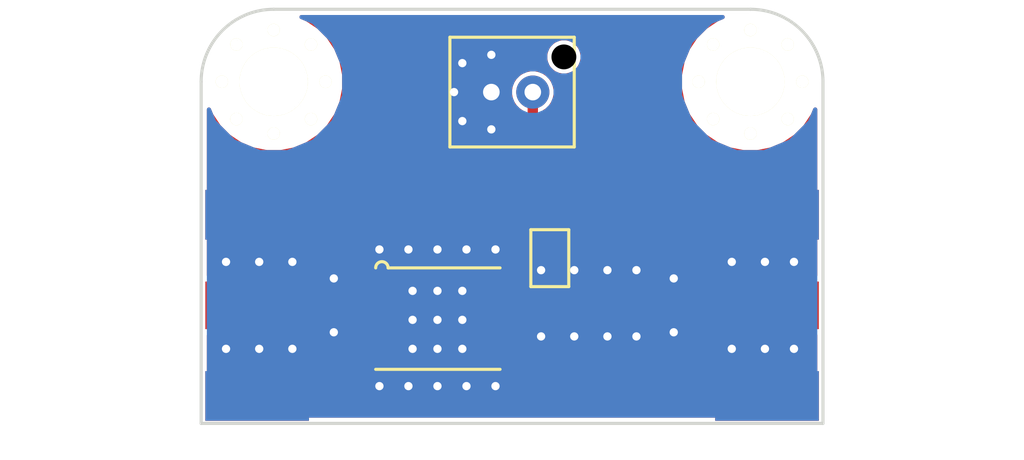
<source format=kicad_pcb>
(kicad_pcb (version 20171130) (host pcbnew 5.0.1-33cea8e~68~ubuntu16.04.1)

  (general
    (thickness 1.6)
    (drawings 6)
    (tracks 70)
    (zones 0)
    (modules 10)
    (nets 7)
  )

  (page A4)
  (layers
    (0 F.Cu signal)
    (31 B.Cu signal)
    (32 B.Adhes user)
    (33 F.Adhes user)
    (34 B.Paste user)
    (35 F.Paste user)
    (36 B.SilkS user)
    (37 F.SilkS user)
    (38 B.Mask user)
    (39 F.Mask user)
    (40 Dwgs.User user)
    (41 Cmts.User user)
    (42 Eco1.User user)
    (43 Eco2.User user)
    (44 Edge.Cuts user)
    (45 Margin user)
    (46 B.CrtYd user)
    (47 F.CrtYd user)
    (48 B.Fab user)
    (49 F.Fab user)
  )

  (setup
    (last_trace_width 0.5)
    (user_trace_width 0.25)
    (user_trace_width 0.3)
    (user_trace_width 0.5)
    (user_trace_width 0.6)
    (user_trace_width 0.8)
    (user_trace_width 1.4208)
    (trace_clearance 0.15)
    (zone_clearance 0.508)
    (zone_45_only no)
    (trace_min 0.15)
    (segment_width 0.2)
    (edge_width 0.15)
    (via_size 0.8)
    (via_drill 0.4)
    (via_min_size 0.8)
    (via_min_drill 0.4)
    (user_via 0.8 0.4)
    (uvia_size 0.3)
    (uvia_drill 0.1)
    (uvias_allowed no)
    (uvia_min_size 0.2)
    (uvia_min_drill 0.1)
    (pcb_text_width 0.3)
    (pcb_text_size 1.5 1.5)
    (mod_edge_width 0.15)
    (mod_text_size 1 1)
    (mod_text_width 0.15)
    (pad_size 1.524 1.524)
    (pad_drill 0.762)
    (pad_to_mask_clearance 0)
    (solder_mask_min_width 0.25)
    (aux_axis_origin 0 0)
    (visible_elements FFFFFF1F)
    (pcbplotparams
      (layerselection 0x010c0_ffffffff)
      (usegerberextensions false)
      (usegerberattributes false)
      (usegerberadvancedattributes false)
      (creategerberjobfile false)
      (excludeedgelayer true)
      (linewidth 0.100000)
      (plotframeref false)
      (viasonmask false)
      (mode 1)
      (useauxorigin false)
      (hpglpennumber 1)
      (hpglpenspeed 20)
      (hpglpendiameter 15.000000)
      (psnegative false)
      (psa4output false)
      (plotreference false)
      (plotvalue false)
      (plotinvisibletext false)
      (padsonsilk false)
      (subtractmaskfromsilk false)
      (outputformat 1)
      (mirror false)
      (drillshape 0)
      (scaleselection 1)
      (outputdirectory "gerbers/"))
  )

  (net 0 "")
  (net 1 "Net-(C1-Pad1)")
  (net 2 "Net-(C1-Pad2)")
  (net 3 12v)
  (net 4 GND)
  (net 5 "Net-(C3-Pad2)")
  (net 6 "Net-(C3-Pad1)")

  (net_class Default "This is the default net class."
    (clearance 0.15)
    (trace_width 0.2)
    (via_dia 0.8)
    (via_drill 0.4)
    (uvia_dia 0.3)
    (uvia_drill 0.1)
    (add_net 12v)
    (add_net GND)
    (add_net "Net-(C1-Pad1)")
    (add_net "Net-(C1-Pad2)")
    (add_net "Net-(C3-Pad1)")
    (add_net "Net-(C3-Pad2)")
  )

  (module agg:0402 (layer F.Cu) (tedit 57654490) (tstamp 5BE12831)
    (at 56.5 84.3)
    (path /5BE11CB7)
    (fp_text reference C1 (at -1.71 0 90) (layer F.Fab)
      (effects (font (size 1 1) (thickness 0.15)))
    )
    (fp_text value 0.01u (at 1.71 0 90) (layer F.Fab)
      (effects (font (size 1 1) (thickness 0.15)))
    )
    (fp_line (start -0.5 -0.25) (end 0.5 -0.25) (layer F.Fab) (width 0.01))
    (fp_line (start 0.5 -0.25) (end 0.5 0.25) (layer F.Fab) (width 0.01))
    (fp_line (start 0.5 0.25) (end -0.5 0.25) (layer F.Fab) (width 0.01))
    (fp_line (start -0.5 0.25) (end -0.5 -0.25) (layer F.Fab) (width 0.01))
    (fp_line (start -0.2 -0.25) (end -0.2 0.25) (layer F.Fab) (width 0.01))
    (fp_line (start 0.2 -0.25) (end 0.2 0.25) (layer F.Fab) (width 0.01))
    (fp_line (start -1.05 -0.6) (end 1.05 -0.6) (layer F.CrtYd) (width 0.01))
    (fp_line (start 1.05 -0.6) (end 1.05 0.6) (layer F.CrtYd) (width 0.01))
    (fp_line (start 1.05 0.6) (end -1.05 0.6) (layer F.CrtYd) (width 0.01))
    (fp_line (start -1.05 0.6) (end -1.05 -0.6) (layer F.CrtYd) (width 0.01))
    (pad 1 smd rect (at -0.45 0) (size 0.62 0.62) (layers F.Cu F.Paste F.Mask)
      (net 1 "Net-(C1-Pad1)"))
    (pad 2 smd rect (at 0.45 0) (size 0.62 0.62) (layers F.Cu F.Paste F.Mask)
      (net 2 "Net-(C1-Pad2)"))
    (model ${KISYS3DMOD}/Resistors_SMD.3dshapes/R_0402.wrl
      (at (xyz 0 0 0))
      (scale (xyz 1 1 1))
      (rotate (xyz 0 0 0))
    )
  )

  (module agg:0402 (layer F.Cu) (tedit 57654490) (tstamp 5BE12841)
    (at 69.6 80.03)
    (path /5BE144C5)
    (fp_text reference C2 (at -1.71 0 90) (layer F.Fab)
      (effects (font (size 1 1) (thickness 0.15)))
    )
    (fp_text value 0.01u (at 1.71 0 90) (layer F.Fab)
      (effects (font (size 1 1) (thickness 0.15)))
    )
    (fp_line (start -0.5 -0.25) (end 0.5 -0.25) (layer F.Fab) (width 0.01))
    (fp_line (start 0.5 -0.25) (end 0.5 0.25) (layer F.Fab) (width 0.01))
    (fp_line (start 0.5 0.25) (end -0.5 0.25) (layer F.Fab) (width 0.01))
    (fp_line (start -0.5 0.25) (end -0.5 -0.25) (layer F.Fab) (width 0.01))
    (fp_line (start -0.2 -0.25) (end -0.2 0.25) (layer F.Fab) (width 0.01))
    (fp_line (start 0.2 -0.25) (end 0.2 0.25) (layer F.Fab) (width 0.01))
    (fp_line (start -1.05 -0.6) (end 1.05 -0.6) (layer F.CrtYd) (width 0.01))
    (fp_line (start 1.05 -0.6) (end 1.05 0.6) (layer F.CrtYd) (width 0.01))
    (fp_line (start 1.05 0.6) (end -1.05 0.6) (layer F.CrtYd) (width 0.01))
    (fp_line (start -1.05 0.6) (end -1.05 -0.6) (layer F.CrtYd) (width 0.01))
    (pad 1 smd rect (at -0.45 0) (size 0.62 0.62) (layers F.Cu F.Paste F.Mask)
      (net 3 12v))
    (pad 2 smd rect (at 0.45 0) (size 0.62 0.62) (layers F.Cu F.Paste F.Mask)
      (net 4 GND))
    (model ${KISYS3DMOD}/Resistors_SMD.3dshapes/R_0402.wrl
      (at (xyz 0 0 0))
      (scale (xyz 1 1 1))
      (rotate (xyz 0 0 0))
    )
  )

  (module agg:0402 (layer F.Cu) (tedit 57654490) (tstamp 5BE12851)
    (at 73.5 84.3)
    (path /5BE1393B)
    (fp_text reference C3 (at -1.71 0 90) (layer F.Fab)
      (effects (font (size 1 1) (thickness 0.15)))
    )
    (fp_text value 0.01u (at 1.71 0 90) (layer F.Fab)
      (effects (font (size 1 1) (thickness 0.15)))
    )
    (fp_line (start -1.05 0.6) (end -1.05 -0.6) (layer F.CrtYd) (width 0.01))
    (fp_line (start 1.05 0.6) (end -1.05 0.6) (layer F.CrtYd) (width 0.01))
    (fp_line (start 1.05 -0.6) (end 1.05 0.6) (layer F.CrtYd) (width 0.01))
    (fp_line (start -1.05 -0.6) (end 1.05 -0.6) (layer F.CrtYd) (width 0.01))
    (fp_line (start 0.2 -0.25) (end 0.2 0.25) (layer F.Fab) (width 0.01))
    (fp_line (start -0.2 -0.25) (end -0.2 0.25) (layer F.Fab) (width 0.01))
    (fp_line (start -0.5 0.25) (end -0.5 -0.25) (layer F.Fab) (width 0.01))
    (fp_line (start 0.5 0.25) (end -0.5 0.25) (layer F.Fab) (width 0.01))
    (fp_line (start 0.5 -0.25) (end 0.5 0.25) (layer F.Fab) (width 0.01))
    (fp_line (start -0.5 -0.25) (end 0.5 -0.25) (layer F.Fab) (width 0.01))
    (pad 2 smd rect (at 0.45 0) (size 0.62 0.62) (layers F.Cu F.Paste F.Mask)
      (net 5 "Net-(C3-Pad2)"))
    (pad 1 smd rect (at -0.45 0) (size 0.62 0.62) (layers F.Cu F.Paste F.Mask)
      (net 6 "Net-(C3-Pad1)"))
    (model ${KISYS3DMOD}/Resistors_SMD.3dshapes/R_0402.wrl
      (at (xyz 0 0 0))
      (scale (xyz 1 1 1))
      (rotate (xyz 0 0 0))
    )
  )

  (module agg:DL1636 (layer F.Cu) (tedit 5BE03EA1) (tstamp 5BE12882)
    (at 61.42 84.94)
    (path /5BE11B15)
    (fp_text reference IC1 (at 0 -3.4) (layer F.Fab)
      (effects (font (size 1 1) (thickness 0.15)))
    )
    (fp_text value PHA-202+ (at 0 3.4) (layer F.Fab)
      (effects (font (size 1 1) (thickness 0.15)))
    )
    (fp_line (start -3 -2.45) (end 3 -2.45) (layer F.Fab) (width 0.01))
    (fp_line (start 3 -2.45) (end 3 2.45) (layer F.Fab) (width 0.01))
    (fp_line (start 3 2.45) (end -3 2.45) (layer F.Fab) (width 0.01))
    (fp_line (start -3 2.45) (end -3 -2.45) (layer F.Fab) (width 0.01))
    (fp_circle (center -2.2 -1.65) (end -2.2 -1.25) (layer F.Fab) (width 0.01))
    (fp_line (start -2.4 -2.115) (end -3 -2.115) (layer F.Fab) (width 0.01))
    (fp_line (start -3 -1.695) (end -2.4 -1.695) (layer F.Fab) (width 0.01))
    (fp_line (start -2.4 -1.695) (end -2.4 -2.115) (layer F.Fab) (width 0.01))
    (fp_line (start -2.4 -0.845) (end -3 -0.845) (layer F.Fab) (width 0.01))
    (fp_line (start -3 -0.425) (end -2.4 -0.425) (layer F.Fab) (width 0.01))
    (fp_line (start -2.4 -0.425) (end -2.4 -0.845) (layer F.Fab) (width 0.01))
    (fp_line (start -2.4 0.425) (end -3 0.425) (layer F.Fab) (width 0.01))
    (fp_line (start -3 0.845) (end -2.4 0.845) (layer F.Fab) (width 0.01))
    (fp_line (start -2.4 0.845) (end -2.4 0.425) (layer F.Fab) (width 0.01))
    (fp_line (start -2.4 1.695) (end -3 1.695) (layer F.Fab) (width 0.01))
    (fp_line (start -3 2.115) (end -2.4 2.115) (layer F.Fab) (width 0.01))
    (fp_line (start -2.4 2.115) (end -2.4 1.695) (layer F.Fab) (width 0.01))
    (fp_line (start 3 1.695) (end 2.4 1.695) (layer F.Fab) (width 0.01))
    (fp_line (start 2.4 1.695) (end 2.4 2.115) (layer F.Fab) (width 0.01))
    (fp_line (start 2.4 2.115) (end 3 2.115) (layer F.Fab) (width 0.01))
    (fp_line (start 3 0.425) (end 2.4 0.425) (layer F.Fab) (width 0.01))
    (fp_line (start 2.4 0.425) (end 2.4 0.845) (layer F.Fab) (width 0.01))
    (fp_line (start 2.4 0.845) (end 3 0.845) (layer F.Fab) (width 0.01))
    (fp_line (start 3 -0.845) (end 2.4 -0.845) (layer F.Fab) (width 0.01))
    (fp_line (start 2.4 -0.845) (end 2.4 -0.425) (layer F.Fab) (width 0.01))
    (fp_line (start 2.4 -0.425) (end 3 -0.425) (layer F.Fab) (width 0.01))
    (fp_line (start 3 -2.115) (end 2.4 -2.115) (layer F.Fab) (width 0.01))
    (fp_line (start 2.4 -2.115) (end 2.4 -1.695) (layer F.Fab) (width 0.01))
    (fp_line (start 2.4 -1.695) (end 3 -1.695) (layer F.Fab) (width 0.01))
    (fp_line (start -2.4 -2.45) (end 3 -2.45) (layer F.SilkS) (width 0.15))
    (fp_line (start -3 2.45) (end 3 2.45) (layer F.SilkS) (width 0.15))
    (fp_arc (start -2.7 -2.45) (end -3 -2.45) (angle 180) (layer F.SilkS) (width 0.15))
    (fp_line (start -3.55 -2.7) (end 3.55 -2.7) (layer F.CrtYd) (width 0.01))
    (fp_line (start 3.55 -2.7) (end 3.55 2.7) (layer F.CrtYd) (width 0.01))
    (fp_line (start 3.55 2.7) (end -3.55 2.7) (layer F.CrtYd) (width 0.01))
    (fp_line (start -3.55 2.7) (end -3.55 -2.7) (layer F.CrtYd) (width 0.01))
    (pad 1 smd rect (at -2.755 -1.905) (size 1.02 0.51) (layers F.Cu F.Paste F.Mask)
      (net 4 GND))
    (pad 2 smd rect (at -2.755 -0.635) (size 1.02 0.51) (layers F.Cu F.Paste F.Mask)
      (net 2 "Net-(C1-Pad2)"))
    (pad 3 smd rect (at -2.755 0.635) (size 1.02 0.51) (layers F.Cu F.Paste F.Mask)
      (net 4 GND))
    (pad 4 smd rect (at -2.755 1.905) (size 1.02 0.51) (layers F.Cu F.Paste F.Mask)
      (net 4 GND))
    (pad 5 smd rect (at 2.755 1.905) (size 1.02 0.51) (layers F.Cu F.Paste F.Mask)
      (net 4 GND))
    (pad 6 smd rect (at 2.755 0.635) (size 1.02 0.51) (layers F.Cu F.Paste F.Mask)
      (net 4 GND))
    (pad 7 smd rect (at 2.755 -0.635) (size 1.02 0.51) (layers F.Cu F.Paste F.Mask)
      (net 6 "Net-(C3-Pad1)"))
    (pad 8 smd rect (at 2.755 -1.905) (size 1.02 0.51) (layers F.Cu F.Paste F.Mask)
      (net 4 GND))
    (pad EP smd rect (at 0 0) (size 3.94 4.11) (layers F.Cu F.Paste F.Mask)
      (net 4 GND) (solder_mask_margin 0.001) (solder_paste_margin 0.001))
  )

  (module agg:B02B-PASK (layer F.Cu) (tedit 56875926) (tstamp 5BE17130)
    (at 65 74)
    (path /5BE11485)
    (fp_text reference J1 (at 0 -3.6) (layer F.Fab)
      (effects (font (size 1 1) (thickness 0.15)))
    )
    (fp_text value PWR (at 0 3.6) (layer F.Fab)
      (effects (font (size 1 1) (thickness 0.15)))
    )
    (fp_line (start -3 -2.65) (end 3 -2.65) (layer F.SilkS) (width 0.15))
    (fp_line (start 3 -2.65) (end 3 2.65) (layer F.SilkS) (width 0.15))
    (fp_line (start 3 2.65) (end -3 2.65) (layer F.SilkS) (width 0.15))
    (fp_line (start -3 2.65) (end -3 -2.65) (layer F.SilkS) (width 0.15))
    (fp_line (start -3 -2.65) (end 3 -2.65) (layer F.Fab) (width 0.01))
    (fp_line (start 3 -2.65) (end 3 2.65) (layer F.Fab) (width 0.01))
    (fp_line (start 3 2.65) (end -3 2.65) (layer F.Fab) (width 0.01))
    (fp_line (start -3 2.65) (end -3 -2.65) (layer F.Fab) (width 0.01))
    (fp_line (start 2.1 -2.1) (end 2.9 -2.1) (layer F.Fab) (width 0.01))
    (fp_line (start 2.9 -2.1) (end 2.9 -1.3) (layer F.Fab) (width 0.01))
    (fp_line (start 2.9 -1.3) (end 2.1 -1.3) (layer F.Fab) (width 0.01))
    (fp_line (start 2.1 -1.3) (end 2.1 -2.1) (layer F.Fab) (width 0.01))
    (fp_line (start 0.75 -0.25) (end 1.25 -0.25) (layer F.Fab) (width 0.01))
    (fp_line (start 1.25 -0.25) (end 1.25 0.25) (layer F.Fab) (width 0.01))
    (fp_line (start 1.25 0.25) (end 0.75 0.25) (layer F.Fab) (width 0.01))
    (fp_line (start 0.75 0.25) (end 0.75 -0.25) (layer F.Fab) (width 0.01))
    (fp_line (start -1.25 -0.25) (end -0.75 -0.25) (layer F.Fab) (width 0.01))
    (fp_line (start -0.75 -0.25) (end -0.75 0.25) (layer F.Fab) (width 0.01))
    (fp_line (start -0.75 0.25) (end -1.25 0.25) (layer F.Fab) (width 0.01))
    (fp_line (start -1.25 0.25) (end -1.25 -0.25) (layer F.Fab) (width 0.01))
    (fp_line (start -3.25 -2.9) (end 3.25 -2.9) (layer F.CrtYd) (width 0.01))
    (fp_line (start 3.25 -2.9) (end 3.25 2.9) (layer F.CrtYd) (width 0.01))
    (fp_line (start 3.25 2.9) (end -3.25 2.9) (layer F.CrtYd) (width 0.01))
    (fp_line (start -3.25 2.9) (end -3.25 -2.9) (layer F.CrtYd) (width 0.01))
    (pad "" np_thru_hole circle (at 2.5 -1.7) (size 1.2 1.2) (drill 1.2) (layers *.Mask))
    (pad 1 thru_hole circle (at 1 0) (size 1.6 1.6) (drill 0.8) (layers *.Cu *.Mask)
      (net 3 12v))
    (pad 2 thru_hole circle (at -1 0) (size 1.6 1.6) (drill 0.8) (layers *.Cu *.Mask)
      (net 4 GND))
  )

  (module agg:SMA-EDGE (layer F.Cu) (tedit 574B60F3) (tstamp 5BE128C5)
    (at 52.7 84.3 90)
    (path /5BE1168E)
    (fp_text reference P1 (at -6.5 0 180) (layer F.Fab)
      (effects (font (size 1 1) (thickness 0.15)))
    )
    (fp_text value "RF IN" (at 6.65 0 180) (layer F.Fab)
      (effects (font (size 1 1) (thickness 0.15)))
    )
    (fp_line (start -5.85 -12.4) (end -5.85 2.75) (layer F.CrtYd) (width 0.01))
    (fp_line (start 5.85 -12.4) (end -5.85 -12.4) (layer F.CrtYd) (width 0.01))
    (fp_line (start 5.85 2.75) (end 5.85 -12.4) (layer F.CrtYd) (width 0.01))
    (fp_line (start -5.85 2.75) (end 5.85 2.75) (layer F.CrtYd) (width 0.01))
    (fp_line (start 3.25 -7.5) (end -3.25 -7) (layer F.Fab) (width 0.01))
    (fp_line (start 3.25 -8.5) (end -3.25 -8) (layer F.Fab) (width 0.01))
    (fp_line (start 3.25 -9.5) (end -3.25 -9) (layer F.Fab) (width 0.01))
    (fp_line (start 3.25 -10.5) (end -3.25 -10) (layer F.Fab) (width 0.01))
    (fp_line (start 3.25 -6.15) (end -3.25 -6.15) (layer F.Fab) (width 0.01))
    (fp_line (start 3.25 -12.15) (end 3.25 -6.15) (layer F.Fab) (width 0.01))
    (fp_line (start -3.25 -12.15) (end 3.25 -12.15) (layer F.Fab) (width 0.01))
    (fp_line (start -3.25 -6.15) (end -3.25 -12.15) (layer F.Fab) (width 0.01))
    (fp_line (start 2.5 -6.15) (end 2.5 -4.15) (layer F.Fab) (width 0.01))
    (fp_line (start -2.5 -4.15) (end -2.5 -6.15) (layer F.Fab) (width 0.01))
    (fp_line (start 3.75 2.25) (end 3.75 -2.5) (layer F.Fab) (width 0.01))
    (fp_line (start 4.75 2.25) (end 3.75 2.25) (layer F.Fab) (width 0.01))
    (fp_line (start 4.75 -2.5) (end 4.75 2.25) (layer F.Fab) (width 0.01))
    (fp_line (start -3.75 2.25) (end -3.75 -2.5) (layer F.Fab) (width 0.01))
    (fp_line (start -4.75 2.25) (end -3.75 2.25) (layer F.Fab) (width 0.01))
    (fp_line (start -4.75 -2.5) (end -4.75 2.25) (layer F.Fab) (width 0.01))
    (fp_line (start 0.4 2.25) (end 0.4 -2.5) (layer F.Fab) (width 0.01))
    (fp_line (start -0.4 2.25) (end 0.4 2.25) (layer F.Fab) (width 0.01))
    (fp_line (start -0.4 -2.5) (end -0.4 2.25) (layer F.Fab) (width 0.01))
    (fp_line (start 4.75 -4.15) (end 4.75 -2.5) (layer F.Fab) (width 0.01))
    (fp_line (start -4.75 -4.15) (end 4.75 -4.15) (layer F.Fab) (width 0.01))
    (fp_line (start -4.75 -2.5) (end -4.75 -4.15) (layer F.Fab) (width 0.01))
    (fp_line (start -4.75 -2.5) (end 4.75 -2.5) (layer F.Fab) (width 0.01))
    (pad 1 smd rect (at 0 0 90) (size 2.3 5) (layers F.Cu F.Paste F.Mask)
      (net 1 "Net-(C1-Pad1)") (zone_connect 2))
    (pad 2 smd rect (at 4.375 0 90) (size 2.4 5) (layers B.Cu B.Paste B.Mask)
      (net 4 GND) (zone_connect 2))
    (pad 2 smd rect (at -4.375 0 90) (size 2.4 5) (layers B.Cu B.Paste B.Mask)
      (net 4 GND) (zone_connect 2))
    (pad 2 smd rect (at -4.375 0 90) (size 2.4 5) (layers F.Cu F.Paste F.Mask)
      (net 4 GND) (zone_connect 2))
    (pad 2 smd rect (at 4.375 0 90) (size 2.4 5) (layers F.Cu F.Paste F.Mask)
      (net 4 GND) (zone_connect 2))
  )

  (module agg:SMA-EDGE (layer F.Cu) (tedit 574B60F3) (tstamp 5BE16FCE)
    (at 77.3 84.3 270)
    (path /5BE1182C)
    (fp_text reference P2 (at -6.5 0) (layer F.Fab)
      (effects (font (size 1 1) (thickness 0.15)))
    )
    (fp_text value "RF OUT" (at 6.65 0) (layer F.Fab)
      (effects (font (size 1 1) (thickness 0.15)))
    )
    (fp_line (start -4.75 -2.5) (end 4.75 -2.5) (layer F.Fab) (width 0.01))
    (fp_line (start -4.75 -2.5) (end -4.75 -4.15) (layer F.Fab) (width 0.01))
    (fp_line (start -4.75 -4.15) (end 4.75 -4.15) (layer F.Fab) (width 0.01))
    (fp_line (start 4.75 -4.15) (end 4.75 -2.5) (layer F.Fab) (width 0.01))
    (fp_line (start -0.4 -2.5) (end -0.4 2.25) (layer F.Fab) (width 0.01))
    (fp_line (start -0.4 2.25) (end 0.4 2.25) (layer F.Fab) (width 0.01))
    (fp_line (start 0.4 2.25) (end 0.4 -2.5) (layer F.Fab) (width 0.01))
    (fp_line (start -4.75 -2.5) (end -4.75 2.25) (layer F.Fab) (width 0.01))
    (fp_line (start -4.75 2.25) (end -3.75 2.25) (layer F.Fab) (width 0.01))
    (fp_line (start -3.75 2.25) (end -3.75 -2.5) (layer F.Fab) (width 0.01))
    (fp_line (start 4.75 -2.5) (end 4.75 2.25) (layer F.Fab) (width 0.01))
    (fp_line (start 4.75 2.25) (end 3.75 2.25) (layer F.Fab) (width 0.01))
    (fp_line (start 3.75 2.25) (end 3.75 -2.5) (layer F.Fab) (width 0.01))
    (fp_line (start -2.5 -4.15) (end -2.5 -6.15) (layer F.Fab) (width 0.01))
    (fp_line (start 2.5 -6.15) (end 2.5 -4.15) (layer F.Fab) (width 0.01))
    (fp_line (start -3.25 -6.15) (end -3.25 -12.15) (layer F.Fab) (width 0.01))
    (fp_line (start -3.25 -12.15) (end 3.25 -12.15) (layer F.Fab) (width 0.01))
    (fp_line (start 3.25 -12.15) (end 3.25 -6.15) (layer F.Fab) (width 0.01))
    (fp_line (start 3.25 -6.15) (end -3.25 -6.15) (layer F.Fab) (width 0.01))
    (fp_line (start 3.25 -10.5) (end -3.25 -10) (layer F.Fab) (width 0.01))
    (fp_line (start 3.25 -9.5) (end -3.25 -9) (layer F.Fab) (width 0.01))
    (fp_line (start 3.25 -8.5) (end -3.25 -8) (layer F.Fab) (width 0.01))
    (fp_line (start 3.25 -7.5) (end -3.25 -7) (layer F.Fab) (width 0.01))
    (fp_line (start -5.85 2.75) (end 5.85 2.75) (layer F.CrtYd) (width 0.01))
    (fp_line (start 5.85 2.75) (end 5.85 -12.4) (layer F.CrtYd) (width 0.01))
    (fp_line (start 5.85 -12.4) (end -5.85 -12.4) (layer F.CrtYd) (width 0.01))
    (fp_line (start -5.85 -12.4) (end -5.85 2.75) (layer F.CrtYd) (width 0.01))
    (pad 2 smd rect (at 4.375 0 270) (size 2.4 5) (layers F.Cu F.Paste F.Mask)
      (net 4 GND) (zone_connect 2))
    (pad 2 smd rect (at -4.375 0 270) (size 2.4 5) (layers F.Cu F.Paste F.Mask)
      (net 4 GND) (zone_connect 2))
    (pad 2 smd rect (at -4.375 0 270) (size 2.4 5) (layers B.Cu B.Paste B.Mask)
      (net 4 GND) (zone_connect 2))
    (pad 2 smd rect (at 4.375 0 270) (size 2.4 5) (layers B.Cu B.Paste B.Mask)
      (net 4 GND) (zone_connect 2))
    (pad 1 smd rect (at 0 0 270) (size 2.3 5) (layers F.Cu F.Paste F.Mask)
      (net 5 "Net-(C3-Pad2)") (zone_connect 2))
  )

  (module agg:M3_MOUNT (layer F.Cu) (tedit 5681D0FF) (tstamp 5BE168D1)
    (at 53.5 73.5)
    (path /5BE16733)
    (fp_text reference X1 (at 0 -4.1) (layer F.Fab) hide
      (effects (font (size 1 1) (thickness 0.15)))
    )
    (fp_text value "M3 Hole" (at 0 4.1) (layer F.Fab) hide
      (effects (font (size 1 1) (thickness 0.15)))
    )
    (fp_line (start -3.4 3.4) (end -3.4 -3.4) (layer F.CrtYd) (width 0.01))
    (fp_line (start 3.4 3.4) (end -3.4 3.4) (layer F.CrtYd) (width 0.01))
    (fp_line (start 3.4 -3.4) (end 3.4 3.4) (layer F.CrtYd) (width 0.01))
    (fp_line (start -3.4 -3.4) (end 3.4 -3.4) (layer F.CrtYd) (width 0.01))
    (pad "" np_thru_hole circle (at 0 0) (size 3.3 3.3) (drill 3.3) (layers *.Cu *.Mask F.SilkS)
      (solder_mask_margin 1.5) (clearance 1.65))
    (pad "" np_thru_hole circle (at 0 -2.5) (size 0.6 0.6) (drill 0.6) (layers *.Cu *.Mask F.SilkS))
    (pad "" np_thru_hole circle (at 2.5 0) (size 0.6 0.6) (drill 0.6) (layers *.Cu *.Mask F.SilkS))
    (pad "" np_thru_hole circle (at 0 2.5) (size 0.6 0.6) (drill 0.6) (layers *.Cu *.Mask F.SilkS))
    (pad "" np_thru_hole circle (at -2.5 0) (size 0.6 0.6) (drill 0.6) (layers *.Cu *.Mask F.SilkS))
    (pad "" np_thru_hole circle (at -1.8 -1.8) (size 0.6 0.6) (drill 0.6) (layers *.Cu *.Mask F.SilkS))
    (pad "" np_thru_hole circle (at 1.8 -1.8) (size 0.6 0.6) (drill 0.6) (layers *.Cu *.Mask F.SilkS))
    (pad "" np_thru_hole circle (at -1.8 1.8) (size 0.6 0.6) (drill 0.6) (layers *.Cu *.Mask F.SilkS))
    (pad "" np_thru_hole circle (at 1.8 1.8) (size 0.6 0.6) (drill 0.6) (layers *.Cu *.Mask F.SilkS))
  )

  (module agg:M3_MOUNT (layer F.Cu) (tedit 5681D0FF) (tstamp 5BE168E2)
    (at 76.5 73.5)
    (path /5BE16817)
    (fp_text reference X2 (at 0 -4.1) (layer F.Fab) hide
      (effects (font (size 1 1) (thickness 0.15)))
    )
    (fp_text value "M3 Hole" (at 0 4.1) (layer F.Fab) hide
      (effects (font (size 1 1) (thickness 0.15)))
    )
    (fp_line (start -3.4 -3.4) (end 3.4 -3.4) (layer F.CrtYd) (width 0.01))
    (fp_line (start 3.4 -3.4) (end 3.4 3.4) (layer F.CrtYd) (width 0.01))
    (fp_line (start 3.4 3.4) (end -3.4 3.4) (layer F.CrtYd) (width 0.01))
    (fp_line (start -3.4 3.4) (end -3.4 -3.4) (layer F.CrtYd) (width 0.01))
    (pad "" np_thru_hole circle (at 1.8 1.8) (size 0.6 0.6) (drill 0.6) (layers *.Cu *.Mask F.SilkS))
    (pad "" np_thru_hole circle (at -1.8 1.8) (size 0.6 0.6) (drill 0.6) (layers *.Cu *.Mask F.SilkS))
    (pad "" np_thru_hole circle (at 1.8 -1.8) (size 0.6 0.6) (drill 0.6) (layers *.Cu *.Mask F.SilkS))
    (pad "" np_thru_hole circle (at -1.8 -1.8) (size 0.6 0.6) (drill 0.6) (layers *.Cu *.Mask F.SilkS))
    (pad "" np_thru_hole circle (at -2.5 0) (size 0.6 0.6) (drill 0.6) (layers *.Cu *.Mask F.SilkS))
    (pad "" np_thru_hole circle (at 0 2.5) (size 0.6 0.6) (drill 0.6) (layers *.Cu *.Mask F.SilkS))
    (pad "" np_thru_hole circle (at 2.5 0) (size 0.6 0.6) (drill 0.6) (layers *.Cu *.Mask F.SilkS))
    (pad "" np_thru_hole circle (at 0 -2.5) (size 0.6 0.6) (drill 0.6) (layers *.Cu *.Mask F.SilkS))
    (pad "" np_thru_hole circle (at 0 0) (size 3.3 3.3) (drill 3.3) (layers *.Cu *.Mask F.SilkS)
      (solder_mask_margin 1.5) (clearance 1.65))
  )

  (module agg:WA8514-AE (layer F.Cu) (tedit 5BE07577) (tstamp 5BE16BE5)
    (at 66.82 82.02 270)
    (path /5BE11D3F)
    (fp_text reference L1 (at -3.363 0) (layer F.Fab)
      (effects (font (size 1 1) (thickness 0.15)))
    )
    (fp_text value 5.6u (at 3.363 0) (layer F.Fab)
      (effects (font (size 1 1) (thickness 0.15)))
    )
    (fp_line (start -2.17 -0.99) (end 2.17 -0.99) (layer F.Fab) (width 0.01))
    (fp_line (start 2.17 -0.99) (end 2.17 0.99) (layer F.Fab) (width 0.01))
    (fp_line (start 2.17 0.99) (end -2.17 0.99) (layer F.Fab) (width 0.01))
    (fp_line (start -2.17 0.99) (end -2.17 -0.99) (layer F.Fab) (width 0.01))
    (fp_line (start -1.84 -0.825) (end -1.84 0.825) (layer F.Fab) (width 0.01))
    (fp_line (start -1.84 -0.825) (end -2.17 -0.825) (layer F.Fab) (width 0.01))
    (fp_line (start -1.84 0.825) (end -2.17 0.825) (layer F.Fab) (width 0.01))
    (fp_line (start 1.84 -0.825) (end 1.84 0.825) (layer F.Fab) (width 0.01))
    (fp_line (start 1.84 -0.825) (end 2.17 -0.825) (layer F.Fab) (width 0.01))
    (fp_line (start 1.84 0.825) (end 2.17 0.825) (layer F.Fab) (width 0.01))
    (fp_line (start -1.375 -0.915) (end 1.375 -0.915) (layer F.SilkS) (width 0.15))
    (fp_line (start 1.375 -0.915) (end 1.375 0.915) (layer F.SilkS) (width 0.15))
    (fp_line (start 1.375 0.915) (end -1.375 0.915) (layer F.SilkS) (width 0.15))
    (fp_line (start -1.375 0.915) (end -1.375 -0.915) (layer F.SilkS) (width 0.15))
    (fp_line (start -2.7 -1.5) (end 2.7 -1.5) (layer F.CrtYd) (width 0.01))
    (fp_line (start 2.7 -1.5) (end 2.7 1.5) (layer F.CrtYd) (width 0.01))
    (fp_line (start 2.7 1.5) (end -2.7 1.5) (layer F.CrtYd) (width 0.01))
    (fp_line (start -2.7 1.5) (end -2.7 -1.5) (layer F.CrtYd) (width 0.01))
    (pad 1 smd rect (at -1.994 0 270) (size 0.838 2.413) (layers F.Cu F.Paste F.Mask)
      (net 3 12v))
    (pad 2 smd rect (at 1.994 0 270) (size 0.838 2.413) (layers F.Cu F.Paste F.Mask)
      (net 6 "Net-(C3-Pad1)"))
  )

  (gr_line (start 50 90) (end 50 73.5) (layer Edge.Cuts) (width 0.15))
  (gr_line (start 80 73.5) (end 80 90) (layer Edge.Cuts) (width 0.15))
  (gr_line (start 53.5 70) (end 76.5 70) (layer Edge.Cuts) (width 0.15))
  (gr_arc (start 76.5 73.5) (end 80 73.5) (angle -90) (layer Edge.Cuts) (width 0.15))
  (gr_arc (start 53.5 73.5) (end 53.5 70) (angle -90) (layer Edge.Cuts) (width 0.15))
  (gr_line (start 80 90) (end 50 90) (layer Edge.Cuts) (width 0.15))

  (segment (start 56.05 84.3) (end 52.7 84.3) (width 0.6) (layer F.Cu) (net 1))
  (segment (start 56.955 84.305) (end 56.95 84.3) (width 0.6) (layer F.Cu) (net 2))
  (segment (start 58.665 84.305) (end 56.955 84.305) (width 0.6) (layer F.Cu) (net 2))
  (segment (start 66 74) (end 66 76.59) (width 0.5) (layer F.Cu) (net 3))
  (segment (start 66.82 77.41) (end 66.82 80.026) (width 0.5) (layer F.Cu) (net 3))
  (segment (start 66 76.59) (end 66.82 77.41) (width 0.5) (layer F.Cu) (net 3))
  (segment (start 66.824 80.03) (end 66.82 80.026) (width 0.5) (layer F.Cu) (net 3))
  (segment (start 69.15 80.03) (end 66.824 80.03) (width 0.5) (layer F.Cu) (net 3))
  (segment (start 59.515 83.035) (end 61.42 84.94) (width 0.5) (layer F.Cu) (net 4))
  (segment (start 58.665 83.035) (end 59.515 83.035) (width 0.5) (layer F.Cu) (net 4))
  (segment (start 64.175 83.035) (end 58.665 83.035) (width 0.5) (layer F.Cu) (net 4))
  (segment (start 58.665 86.845) (end 64.175 86.845) (width 0.5) (layer F.Cu) (net 4))
  (segment (start 64.175 85.575) (end 58.665 85.575) (width 0.5) (layer F.Cu) (net 4))
  (via (at 51.2 82.2) (size 0.8) (drill 0.4) (layers F.Cu B.Cu) (net 4))
  (via (at 52.8 82.2) (size 0.8) (drill 0.4) (layers F.Cu B.Cu) (net 4) (tstamp 5BE1B041))
  (via (at 54.4 82.2) (size 0.8) (drill 0.4) (layers F.Cu B.Cu) (net 4) (tstamp 5BE1B043))
  (via (at 60.2 83.6) (size 0.8) (drill 0.4) (layers F.Cu B.Cu) (net 4) (tstamp 5BE1B047))
  (via (at 66.4 85.8) (size 0.8) (drill 0.4) (layers F.Cu B.Cu) (net 4) (tstamp 5BE1B053))
  (via (at 68 85.8) (size 0.8) (drill 0.4) (layers F.Cu B.Cu) (net 4) (tstamp 5BE1B055))
  (via (at 69.6 85.8) (size 0.8) (drill 0.4) (layers F.Cu B.Cu) (net 4) (tstamp 5BE1B057))
  (via (at 71 85.8) (size 0.8) (drill 0.4) (layers F.Cu B.Cu) (net 4) (tstamp 5BE1B059))
  (via (at 62.6 83.6) (size 0.8) (drill 0.4) (layers F.Cu B.Cu) (net 4) (tstamp 5BE1B05D))
  (via (at 62.6 86.4) (size 0.8) (drill 0.4) (layers F.Cu B.Cu) (net 4) (tstamp 5BE1B05F))
  (via (at 60.2 86.4) (size 0.8) (drill 0.4) (layers F.Cu B.Cu) (net 4) (tstamp 5BE1B061))
  (via (at 60.2 85) (size 0.8) (drill 0.4) (layers F.Cu B.Cu) (net 4) (tstamp 5BE1B063))
  (via (at 62.6 85) (size 0.8) (drill 0.4) (layers F.Cu B.Cu) (net 4) (tstamp 5BE1B065))
  (via (at 61.4 85) (size 0.8) (drill 0.4) (layers F.Cu B.Cu) (net 4) (tstamp 5BE1B067))
  (via (at 61.4 83.6) (size 0.8) (drill 0.4) (layers F.Cu B.Cu) (net 4) (tstamp 5BE1B069))
  (via (at 61.4 86.4) (size 0.8) (drill 0.4) (layers F.Cu B.Cu) (net 4) (tstamp 5BE1B06B))
  (via (at 66.4 82.6) (size 0.8) (drill 0.4) (layers F.Cu B.Cu) (net 4) (tstamp 5BE1B0AA))
  (via (at 69.6 82.6) (size 0.8) (drill 0.4) (layers F.Cu B.Cu) (net 4) (tstamp 5BE1B0AB))
  (via (at 71 82.6) (size 0.8) (drill 0.4) (layers F.Cu B.Cu) (net 4) (tstamp 5BE1B0AC))
  (via (at 68 82.6) (size 0.8) (drill 0.4) (layers F.Cu B.Cu) (net 4) (tstamp 5BE1B0AD))
  (via (at 77.2 82.2) (size 0.8) (drill 0.4) (layers F.Cu B.Cu) (net 4) (tstamp 5BE1B0B2))
  (via (at 75.6 82.2) (size 0.8) (drill 0.4) (layers F.Cu B.Cu) (net 4) (tstamp 5BE1B0B4))
  (via (at 78.6 82.2) (size 0.8) (drill 0.4) (layers F.Cu B.Cu) (net 4) (tstamp 5BE1B0B5))
  (via (at 78.6 86.4) (size 0.8) (drill 0.4) (layers F.Cu B.Cu) (net 4) (tstamp 5BE1B0BA))
  (via (at 75.6 86.4) (size 0.8) (drill 0.4) (layers F.Cu B.Cu) (net 4) (tstamp 5BE1B0BB))
  (via (at 77.2 86.4) (size 0.8) (drill 0.4) (layers F.Cu B.Cu) (net 4) (tstamp 5BE1B0BC))
  (via (at 72.8 85.6) (size 0.8) (drill 0.4) (layers F.Cu B.Cu) (net 4) (tstamp 5BE1B0C7))
  (via (at 72.8 83) (size 0.8) (drill 0.4) (layers F.Cu B.Cu) (net 4) (tstamp 5BE1B0C9))
  (via (at 52.8 86.4) (size 0.8) (drill 0.4) (layers F.Cu B.Cu) (net 4) (tstamp 5BE1B16B))
  (via (at 51.2 86.4) (size 0.8) (drill 0.4) (layers F.Cu B.Cu) (net 4) (tstamp 5BE1B16C))
  (via (at 54.4 86.4) (size 0.8) (drill 0.4) (layers F.Cu B.Cu) (net 4) (tstamp 5BE1B16D))
  (via (at 56.4 85.6) (size 0.8) (drill 0.4) (layers F.Cu B.Cu) (net 4) (tstamp 5BE1B196))
  (via (at 56.4 83) (size 0.8) (drill 0.4) (layers F.Cu B.Cu) (net 4) (tstamp 5BE1B198))
  (via (at 58.6 81.6) (size 0.8) (drill 0.4) (layers F.Cu B.Cu) (net 4) (tstamp 5BE1B19A))
  (via (at 64.2 81.6) (size 0.8) (drill 0.4) (layers F.Cu B.Cu) (net 4) (tstamp 5BE1B19C))
  (via (at 61.4 81.6) (size 0.8) (drill 0.4) (layers F.Cu B.Cu) (net 4) (tstamp 5BE1B19E))
  (via (at 60 81.6) (size 0.8) (drill 0.4) (layers F.Cu B.Cu) (net 4) (tstamp 5BE1B1A0))
  (via (at 62.8 81.6) (size 0.8) (drill 0.4) (layers F.Cu B.Cu) (net 4) (tstamp 5BE1B1A2))
  (via (at 61.4 88.2) (size 0.8) (drill 0.4) (layers F.Cu B.Cu) (net 4) (tstamp 5BE1B1AD))
  (via (at 64.2 88.2) (size 0.8) (drill 0.4) (layers F.Cu B.Cu) (net 4) (tstamp 5BE1B1AE))
  (via (at 62.8 88.2) (size 0.8) (drill 0.4) (layers F.Cu B.Cu) (net 4) (tstamp 5BE1B1AF))
  (via (at 58.6 88.2) (size 0.8) (drill 0.4) (layers F.Cu B.Cu) (net 4) (tstamp 5BE1B1B0))
  (via (at 60 88.2) (size 0.8) (drill 0.4) (layers F.Cu B.Cu) (net 4) (tstamp 5BE1B1B1))
  (via (at 64 75.8) (size 0.8) (drill 0.4) (layers F.Cu B.Cu) (net 4) (tstamp 5BE1B1F7))
  (via (at 64 72.2) (size 0.8) (drill 0.4) (layers F.Cu B.Cu) (net 4) (tstamp 5BE1B1F9))
  (via (at 62.2 74) (size 0.8) (drill 0.4) (layers F.Cu B.Cu) (net 4) (tstamp 5BE1B1FB))
  (via (at 62.6 75.4) (size 0.8) (drill 0.4) (layers F.Cu B.Cu) (net 4) (tstamp 5BE1B1FD))
  (via (at 62.6 72.6) (size 0.8) (drill 0.4) (layers F.Cu B.Cu) (net 4) (tstamp 5BE1B1FF))
  (segment (start 73.95 84.3) (end 77.3 84.3) (width 0.6) (layer F.Cu) (net 5))
  (segment (start 64.18 84.3) (end 64.175 84.305) (width 0.6) (layer F.Cu) (net 6))
  (segment (start 70.65 84.3) (end 64.18 84.3) (width 0.6) (layer F.Cu) (net 6))
  (segment (start 73.05 84.3) (end 72.09 84.3) (width 0.6) (layer F.Cu) (net 6))
  (segment (start 70.65 84.3) (end 71.71 84.3) (width 1.4208) (layer F.Cu) (net 6))
  (segment (start 66.82 84.28) (end 66.8 84.3) (width 0.6) (layer F.Cu) (net 6))
  (segment (start 66.8 84.3) (end 65.35 84.3) (width 1.4208) (layer F.Cu) (net 6))
  (segment (start 66.82 84.014) (end 66.82 84.28) (width 0.6) (layer F.Cu) (net 6))
  (segment (start 70.65 84.3) (end 66.8 84.3) (width 1.4208) (layer F.Cu) (net 6))

  (zone (net 6) (net_name "Net-(C3-Pad1)") (layer F.Cu) (tstamp 5BE1B2B9) (hatch edge 0.508)
    (priority 1)
    (connect_pads yes (clearance 0.2))
    (min_thickness 0.2)
    (fill yes (arc_segments 16) (thermal_gap 0.508) (thermal_bridge_width 0.508))
    (polygon
      (pts
        (xy 65.35 83.59) (xy 65.1 83.59) (xy 63.95 84.05) (xy 63.95 84.56) (xy 65.1 85.01)
        (xy 65.36 85.01) (xy 65.35 83.73)
      )
    )
    (filled_polygon
      (pts
        (xy 65.25 83.73) (xy 65.250003 83.730781) (xy 65.259216 84.91) (xy 65.118868 84.91) (xy 64.05 84.491747)
        (xy 64.05 84.117704) (xy 65.119259 83.69) (xy 65.25 83.69)
      )
    )
  )
  (zone (net 6) (net_name "Net-(C3-Pad1)") (layer F.Cu) (tstamp 5BE1B2B6) (hatch edge 0.508)
    (priority 1)
    (connect_pads yes (clearance 0.2))
    (min_thickness 0.2)
    (fill yes (arc_segments 16) (thermal_gap 0.508) (thermal_bridge_width 0.508))
    (polygon
      (pts
        (xy 71.596662 85.011335) (xy 71.846662 85.011335) (xy 73 84.61) (xy 73 83.99) (xy 71.846662 83.591335)
        (xy 71.586662 83.591335) (xy 71.596662 84.871335)
      )
    )
    (filled_polygon
      (pts
        (xy 72.9 84.06124) (xy 72.9 84.538916) (xy 71.829761 84.911335) (xy 71.696662 84.911335) (xy 71.696662 84.871335)
        (xy 71.696659 84.870554) (xy 71.687446 83.691335) (xy 71.829866 83.691335)
      )
    )
  )
  (zone (net 4) (net_name GND) (layer F.Cu) (tstamp 5BE1B2B3) (hatch edge 0.508)
    (connect_pads yes (clearance 0.2))
    (min_thickness 0.2)
    (fill yes (arc_segments 32) (thermal_gap 0.508) (thermal_bridge_width 0.508))
    (polygon
      (pts
        (xy 80 90) (xy 80 70) (xy 50 70) (xy 50 90)
      )
    )
    (filled_polygon
      (pts
        (xy 74.889496 70.486959) (xy 74.332626 70.859048) (xy 73.859048 71.332626) (xy 73.486959 71.889496) (xy 73.23066 72.508257)
        (xy 73.1 73.165129) (xy 73.1 73.834871) (xy 73.23066 74.491743) (xy 73.486959 75.110504) (xy 73.859048 75.667374)
        (xy 74.332626 76.140952) (xy 74.889496 76.513041) (xy 75.508257 76.76934) (xy 76.165129 76.9) (xy 76.834871 76.9)
        (xy 77.491743 76.76934) (xy 78.110504 76.513041) (xy 78.667374 76.140952) (xy 79.140952 75.667374) (xy 79.513041 75.110504)
        (xy 79.625 74.840211) (xy 79.625001 82.848549) (xy 74.8 82.848549) (xy 74.74119 82.854341) (xy 74.68464 82.871496)
        (xy 74.632523 82.899353) (xy 74.586842 82.936842) (xy 74.549353 82.982523) (xy 74.521496 83.03464) (xy 74.504341 83.09119)
        (xy 74.498549 83.15) (xy 74.498549 83.7) (xy 74.337464 83.7) (xy 74.31881 83.694341) (xy 74.26 83.688549)
        (xy 73.64 83.688549) (xy 73.58119 83.694341) (xy 73.52464 83.711496) (xy 73.5 83.724666) (xy 73.47536 83.711496)
        (xy 73.41881 83.694341) (xy 73.36 83.688549) (xy 73.04619 83.688549) (xy 71.944671 83.307796) (xy 71.846662 83.291335)
        (xy 71.777246 83.291335) (xy 71.75963 83.2896) (xy 65.30037 83.2896) (xy 65.296309 83.29) (xy 65.1 83.29)
        (xy 64.988583 83.311457) (xy 63.895853 83.748549) (xy 63.665 83.748549) (xy 63.60619 83.754341) (xy 63.54964 83.771496)
        (xy 63.497523 83.799353) (xy 63.451842 83.836842) (xy 63.414353 83.882523) (xy 63.386496 83.93464) (xy 63.369341 83.99119)
        (xy 63.363549 84.05) (xy 63.363549 84.56) (xy 63.369341 84.61881) (xy 63.386496 84.67536) (xy 63.414353 84.727477)
        (xy 63.451842 84.773158) (xy 63.497523 84.810647) (xy 63.54964 84.838504) (xy 63.60619 84.855659) (xy 63.665 84.861451)
        (xy 63.897102 84.861451) (xy 64.99068 85.289373) (xy 65.1 85.31) (xy 65.296309 85.31) (xy 65.30037 85.3104)
        (xy 71.591961 85.3104) (xy 71.596662 85.311335) (xy 71.846662 85.311335) (xy 71.945256 85.294671) (xy 73.046536 84.911451)
        (xy 73.36 84.911451) (xy 73.41881 84.905659) (xy 73.47536 84.888504) (xy 73.5 84.875334) (xy 73.52464 84.888504)
        (xy 73.58119 84.905659) (xy 73.64 84.911451) (xy 74.26 84.911451) (xy 74.31881 84.905659) (xy 74.337464 84.9)
        (xy 74.498549 84.9) (xy 74.498549 85.45) (xy 74.504341 85.50881) (xy 74.521496 85.56536) (xy 74.549353 85.617477)
        (xy 74.586842 85.663158) (xy 74.632523 85.700647) (xy 74.68464 85.728504) (xy 74.74119 85.745659) (xy 74.8 85.751451)
        (xy 79.625001 85.751451) (xy 79.625001 89.625) (xy 50.375 89.625) (xy 50.375 85.751451) (xy 55.2 85.751451)
        (xy 55.25881 85.745659) (xy 55.31536 85.728504) (xy 55.367477 85.700647) (xy 55.413158 85.663158) (xy 55.450647 85.617477)
        (xy 55.478504 85.56536) (xy 55.495659 85.50881) (xy 55.501451 85.45) (xy 55.501451 84.9) (xy 55.662536 84.9)
        (xy 55.68119 84.905659) (xy 55.74 84.911451) (xy 56.36 84.911451) (xy 56.41881 84.905659) (xy 56.47536 84.888504)
        (xy 56.5 84.875334) (xy 56.52464 84.888504) (xy 56.58119 84.905659) (xy 56.64 84.911451) (xy 57.26 84.911451)
        (xy 57.31881 84.905659) (xy 57.320982 84.905) (xy 58.694474 84.905) (xy 58.782621 84.896318) (xy 58.895721 84.86201)
        (xy 58.896767 84.861451) (xy 59.175 84.861451) (xy 59.23381 84.855659) (xy 59.29036 84.838504) (xy 59.342477 84.810647)
        (xy 59.388158 84.773158) (xy 59.425647 84.727477) (xy 59.453504 84.67536) (xy 59.470659 84.61881) (xy 59.476451 84.56)
        (xy 59.476451 84.05) (xy 59.470659 83.99119) (xy 59.453504 83.93464) (xy 59.425647 83.882523) (xy 59.388158 83.836842)
        (xy 59.342477 83.799353) (xy 59.29036 83.771496) (xy 59.23381 83.754341) (xy 59.175 83.748549) (xy 58.896767 83.748549)
        (xy 58.895721 83.74799) (xy 58.782621 83.713682) (xy 58.694474 83.705) (xy 57.353946 83.705) (xy 57.31881 83.694341)
        (xy 57.26 83.688549) (xy 56.64 83.688549) (xy 56.58119 83.694341) (xy 56.52464 83.711496) (xy 56.5 83.724666)
        (xy 56.47536 83.711496) (xy 56.41881 83.694341) (xy 56.36 83.688549) (xy 55.74 83.688549) (xy 55.68119 83.694341)
        (xy 55.662536 83.7) (xy 55.501451 83.7) (xy 55.501451 83.15) (xy 55.495659 83.09119) (xy 55.478504 83.03464)
        (xy 55.450647 82.982523) (xy 55.413158 82.936842) (xy 55.367477 82.899353) (xy 55.31536 82.871496) (xy 55.25881 82.854341)
        (xy 55.2 82.848549) (xy 50.375 82.848549) (xy 50.375 74.840211) (xy 50.486959 75.110504) (xy 50.859048 75.667374)
        (xy 51.332626 76.140952) (xy 51.889496 76.513041) (xy 52.508257 76.76934) (xy 53.165129 76.9) (xy 53.834871 76.9)
        (xy 54.491743 76.76934) (xy 55.110504 76.513041) (xy 55.667374 76.140952) (xy 56.140952 75.667374) (xy 56.513041 75.110504)
        (xy 56.76934 74.491743) (xy 56.888704 73.891659) (xy 64.9 73.891659) (xy 64.9 74.108341) (xy 64.942273 74.320858)
        (xy 65.025193 74.521045) (xy 65.145575 74.701209) (xy 65.298791 74.854425) (xy 65.45 74.95546) (xy 65.450001 76.562982)
        (xy 65.44734 76.59) (xy 65.457959 76.697818) (xy 65.489409 76.801494) (xy 65.540479 76.897042) (xy 65.591987 76.959804)
        (xy 65.591993 76.95981) (xy 65.609211 76.98079) (xy 65.630191 76.998008) (xy 66.27 77.637818) (xy 66.270001 79.305549)
        (xy 65.6135 79.305549) (xy 65.55469 79.311341) (xy 65.49814 79.328496) (xy 65.446023 79.356353) (xy 65.400342 79.393842)
        (xy 65.362853 79.439523) (xy 65.334996 79.49164) (xy 65.317841 79.54819) (xy 65.312049 79.607) (xy 65.312049 80.445)
        (xy 65.317841 80.50381) (xy 65.334996 80.56036) (xy 65.362853 80.612477) (xy 65.400342 80.658158) (xy 65.446023 80.695647)
        (xy 65.49814 80.723504) (xy 65.55469 80.740659) (xy 65.6135 80.746451) (xy 68.0265 80.746451) (xy 68.08531 80.740659)
        (xy 68.14186 80.723504) (xy 68.193977 80.695647) (xy 68.239658 80.658158) (xy 68.277147 80.612477) (xy 68.294506 80.58)
        (xy 68.659549 80.58) (xy 68.672523 80.590647) (xy 68.72464 80.618504) (xy 68.78119 80.635659) (xy 68.84 80.641451)
        (xy 69.46 80.641451) (xy 69.51881 80.635659) (xy 69.57536 80.618504) (xy 69.627477 80.590647) (xy 69.673158 80.553158)
        (xy 69.710647 80.507477) (xy 69.738504 80.45536) (xy 69.755659 80.39881) (xy 69.761451 80.34) (xy 69.761451 79.72)
        (xy 69.755659 79.66119) (xy 69.738504 79.60464) (xy 69.710647 79.552523) (xy 69.673158 79.506842) (xy 69.627477 79.469353)
        (xy 69.57536 79.441496) (xy 69.51881 79.424341) (xy 69.46 79.418549) (xy 68.84 79.418549) (xy 68.78119 79.424341)
        (xy 68.72464 79.441496) (xy 68.672523 79.469353) (xy 68.659549 79.48) (xy 68.298782 79.48) (xy 68.277147 79.439523)
        (xy 68.239658 79.393842) (xy 68.193977 79.356353) (xy 68.14186 79.328496) (xy 68.08531 79.311341) (xy 68.0265 79.305549)
        (xy 67.37 79.305549) (xy 67.37 77.437007) (xy 67.37266 77.409999) (xy 67.37 77.382991) (xy 67.37 77.382982)
        (xy 67.362042 77.302181) (xy 67.330592 77.198506) (xy 67.295067 77.132042) (xy 67.279521 77.102957) (xy 67.228013 77.040195)
        (xy 67.228008 77.04019) (xy 67.21079 77.01921) (xy 67.18981 77.001992) (xy 66.55 76.362183) (xy 66.55 74.95546)
        (xy 66.701209 74.854425) (xy 66.854425 74.701209) (xy 66.974807 74.521045) (xy 67.057727 74.320858) (xy 67.1 74.108341)
        (xy 67.1 73.891659) (xy 67.057727 73.679142) (xy 66.974807 73.478955) (xy 66.854425 73.298791) (xy 66.701209 73.145575)
        (xy 66.521045 73.025193) (xy 66.320858 72.942273) (xy 66.108341 72.9) (xy 65.891659 72.9) (xy 65.679142 72.942273)
        (xy 65.478955 73.025193) (xy 65.298791 73.145575) (xy 65.145575 73.298791) (xy 65.025193 73.478955) (xy 64.942273 73.679142)
        (xy 64.9 73.891659) (xy 56.888704 73.891659) (xy 56.9 73.834871) (xy 56.9 73.165129) (xy 56.76934 72.508257)
        (xy 56.646361 72.211358) (xy 66.6 72.211358) (xy 66.6 72.388642) (xy 66.634586 72.56252) (xy 66.70243 72.72631)
        (xy 66.800924 72.873717) (xy 66.926283 72.999076) (xy 67.07369 73.09757) (xy 67.23748 73.165414) (xy 67.411358 73.2)
        (xy 67.588642 73.2) (xy 67.76252 73.165414) (xy 67.92631 73.09757) (xy 68.073717 72.999076) (xy 68.199076 72.873717)
        (xy 68.29757 72.72631) (xy 68.365414 72.56252) (xy 68.4 72.388642) (xy 68.4 72.211358) (xy 68.365414 72.03748)
        (xy 68.29757 71.87369) (xy 68.199076 71.726283) (xy 68.073717 71.600924) (xy 67.92631 71.50243) (xy 67.76252 71.434586)
        (xy 67.588642 71.4) (xy 67.411358 71.4) (xy 67.23748 71.434586) (xy 67.07369 71.50243) (xy 66.926283 71.600924)
        (xy 66.800924 71.726283) (xy 66.70243 71.87369) (xy 66.634586 72.03748) (xy 66.6 72.211358) (xy 56.646361 72.211358)
        (xy 56.513041 71.889496) (xy 56.140952 71.332626) (xy 55.667374 70.859048) (xy 55.110504 70.486959) (xy 54.840211 70.375)
        (xy 75.159789 70.375)
      )
    )
  )
  (zone (net 4) (net_name GND) (layer B.Cu) (tstamp 5BE1B2B0) (hatch edge 0.508)
    (connect_pads yes (clearance 0.2))
    (min_thickness 0.2)
    (fill yes (arc_segments 16) (thermal_gap 0.508) (thermal_bridge_width 0.508))
    (polygon
      (pts
        (xy 80 70) (xy 80 90) (xy 50 90) (xy 50 70)
      )
    )
    (filled_polygon
      (pts
        (xy 74.574055 70.617619) (xy 73.617619 71.574055) (xy 73.1 72.823698) (xy 73.1 74.176302) (xy 73.617619 75.425945)
        (xy 74.574055 76.382381) (xy 75.823698 76.9) (xy 77.176302 76.9) (xy 78.425945 76.382381) (xy 79.382381 75.425945)
        (xy 79.625 74.840211) (xy 79.625001 89.625) (xy 50.375 89.625) (xy 50.375 74.840211) (xy 50.617619 75.425945)
        (xy 51.574055 76.382381) (xy 52.823698 76.9) (xy 54.176302 76.9) (xy 55.425945 76.382381) (xy 56.382381 75.425945)
        (xy 56.9 74.176302) (xy 56.9 73.781196) (xy 64.9 73.781196) (xy 64.9 74.218804) (xy 65.067465 74.6231)
        (xy 65.3769 74.932535) (xy 65.781196 75.1) (xy 66.218804 75.1) (xy 66.6231 74.932535) (xy 66.932535 74.6231)
        (xy 67.1 74.218804) (xy 67.1 73.781196) (xy 66.932535 73.3769) (xy 66.6231 73.067465) (xy 66.218804 72.9)
        (xy 65.781196 72.9) (xy 65.3769 73.067465) (xy 65.067465 73.3769) (xy 64.9 73.781196) (xy 56.9 73.781196)
        (xy 56.9 72.823698) (xy 56.608925 72.120979) (xy 66.6 72.120979) (xy 66.6 72.479021) (xy 66.737017 72.809809)
        (xy 66.990191 73.062983) (xy 67.320979 73.2) (xy 67.679021 73.2) (xy 68.009809 73.062983) (xy 68.262983 72.809809)
        (xy 68.4 72.479021) (xy 68.4 72.120979) (xy 68.262983 71.790191) (xy 68.009809 71.537017) (xy 67.679021 71.4)
        (xy 67.320979 71.4) (xy 66.990191 71.537017) (xy 66.737017 71.790191) (xy 66.6 72.120979) (xy 56.608925 72.120979)
        (xy 56.382381 71.574055) (xy 55.425945 70.617619) (xy 54.840211 70.375) (xy 75.159789 70.375)
      )
    )
  )
)

</source>
